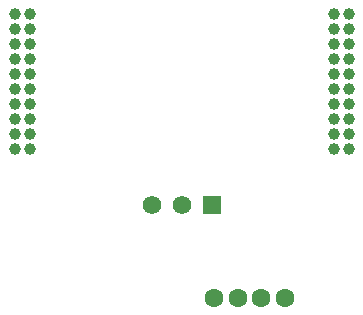
<source format=gbs>
G04 #@! TF.GenerationSoftware,KiCad,Pcbnew,7.0.5-0*
G04 #@! TF.CreationDate,2024-11-07T14:34:30-08:00*
G04 #@! TF.ProjectId,IMU Mount,494d5520-4d6f-4756-9e74-2e6b69636164,rev?*
G04 #@! TF.SameCoordinates,PX5f5e100PY5f5e100*
G04 #@! TF.FileFunction,Soldermask,Bot*
G04 #@! TF.FilePolarity,Negative*
%FSLAX46Y46*%
G04 Gerber Fmt 4.6, Leading zero omitted, Abs format (unit mm)*
G04 Created by KiCad (PCBNEW 7.0.5-0) date 2024-11-07 14:34:30*
%MOMM*%
%LPD*%
G01*
G04 APERTURE LIST*
%ADD10R,1.574803X1.574803*%
%ADD11C,1.574803*%
%ADD12C,1.600000*%
%ADD13C,1.000000*%
G04 APERTURE END LIST*
D10*
X18890005Y11050000D03*
D11*
X16350000Y11050000D03*
X13809995Y11050000D03*
D12*
X25100000Y3150000D03*
X23100000Y3150000D03*
X21100000Y3150000D03*
X19100000Y3150000D03*
D13*
X29229998Y15809983D03*
X30500000Y15809983D03*
X29229998Y17079985D03*
X30500000Y17079985D03*
X29229998Y18349988D03*
X30500000Y18349988D03*
X29229998Y19619990D03*
X30500000Y19619990D03*
X29229998Y20889993D03*
X30500000Y20889993D03*
X29229998Y22159995D03*
X30500000Y22159995D03*
X29229998Y23429998D03*
X30500000Y23429998D03*
X29229998Y24700000D03*
X30500000Y24700000D03*
X29229998Y25970003D03*
X30500000Y25970003D03*
X29229998Y27240005D03*
X30500000Y27240005D03*
X2200000Y15800000D03*
X3470002Y15800000D03*
X2200000Y17070002D03*
X3470002Y17070002D03*
X2200000Y18340005D03*
X3470002Y18340005D03*
X2200000Y19610007D03*
X3470002Y19610007D03*
X2200000Y20880010D03*
X3470002Y20880010D03*
X2200000Y22150012D03*
X3470002Y22150012D03*
X2200000Y23420015D03*
X3470002Y23420015D03*
X2200000Y24690017D03*
X3470002Y24690017D03*
X2200000Y25960020D03*
X3470002Y25960020D03*
X2200000Y27230022D03*
X3470002Y27230022D03*
M02*

</source>
